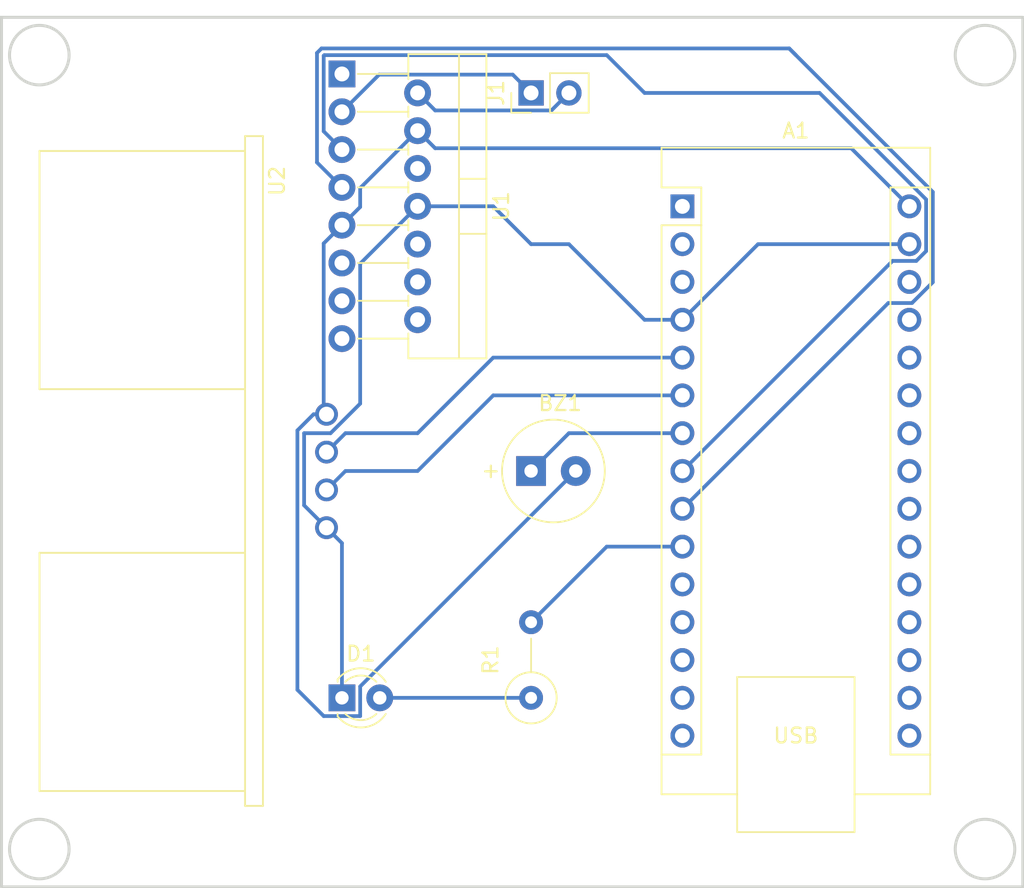
<source format=kicad_pcb>
(kicad_pcb (version 20221018) (generator pcbnew)
  (layers (0 "F.Cu" signal) (31 "B.Cu" signal) (34 "B.Paste" user) (35 "F.Paste" user) (36 "B.SilkS" user "B.Silkscreen") (37 "F.SilkS" user "F.Silkscreen") (38 "B.Mask" user) (39 "F.Mask" user) (44 "Edge.Cuts" user))
  (net 0 "")
  (net 4 "GND")
  (net 5 "D1")
  (net 6 "D2")
  (net 7 "D4")
  (net 8 "D5")
  (net 9 "D6")
  (net 10 "D9")
  (net 29 "VCC")
  (net 30 "Net-(D1-A)")
  (net 32 "D7")
  (net 33 "D8")
  (footprint "HC-SR04:XCVR_HC-SR04" (layer "F.Cu") (at 171.685 53.34 -90)
    (fp_text reference "U2" (at -19.48505 3.31671 90) (layer "F.SilkS") (effects (font (size 1.00052 1.00052))))
    (fp_text value "HC-SR04")
    (fp_line (start -22.5 4.27) (end 22.5 4.27) (stroke (width 0.127)) (layer "F.SilkS"))
    (fp_line (start -22.5 5.47) (end -22.5 4.27) (stroke (width 0.127)) (layer "F.SilkS"))
    (fp_line (start -21.5 5.47) (end -22.5 5.47) (stroke (width 0.127)) (layer "F.SilkS"))
    (fp_line (start -21.5 5.47) (end -21.5 19.27) (stroke (width 0.127)) (layer "F.SilkS"))
    (fp_line (start -21.5 19.27) (end -5.5 19.27) (stroke (width 0.127)) (layer "F.SilkS"))
    (fp_line (start -5.5 5.47) (end -21.5 5.47) (stroke (width 0.127)) (layer "F.SilkS"))
    (fp_line (start -5.5 5.47) (end -5.5 19.27) (stroke (width 0.127)) (layer "F.SilkS"))
    (fp_line (start 5.5 5.47) (end -5.5 5.47) (stroke (width 0.127)) (layer "F.SilkS"))
    (fp_line (start 5.5 5.47) (end 5.5 19.27) (stroke (width 0.127)) (layer "F.SilkS"))
    (fp_line (start 5.5 19.27) (end 21.5 19.27) (stroke (width 0.127)) (layer "F.SilkS"))
    (fp_line (start 21.5 5.47) (end 5.5 5.47) (stroke (width 0.127)) (layer "F.SilkS"))
    (fp_line (start 21.5 5.47) (end 21.5 19.27) (stroke (width 0.127)) (layer "F.SilkS"))
    (fp_line (start 22.5 4.27) (end 22.5 5.47) (stroke (width 0.127)) (layer "F.SilkS"))
    (fp_line (start 22.5 5.47) (end 21.5 5.47) (stroke (width 0.127)) (layer "F.SilkS"))
    (pad "1" thru_hole circle (at -3.81 0 270) (size 1.53 1.53) (drill 1.02) (layers "*.Cu" "*.Mask") (net 29 "VCC"))
    (pad "2" thru_hole circle (at -1.27 0 270) (size 1.53 1.53) (drill 1.02) (layers "*.Cu" "*.Mask") (net 5 "D1"))
    (pad "3" thru_hole circle (at 1.27 0 270) (size 1.53 1.53) (drill 1.02) (layers "*.Cu" "*.Mask") (net 6 "D2"))
    (pad "4" thru_hole circle (at 3.81 0 270) (size 1.53 1.53) (drill 1.02) (layers "*.Cu" "*.Mask") (net 4 "GND"))
  )
  (footprint "LED_THT:LED_D3.0mm" (layer "F.Cu") (at 172.72 68.58)
    (fp_text reference "D1" (at 1.27 -2.96) (layer "F.SilkS"))
    (fp_text value "LED")
    (fp_line (start -0.29 -1.236) (end -0.29 -1.08) (stroke (width 0.12)) (layer "F.SilkS"))
    (fp_line (start -0.29 1.08) (end -0.29 1.236) (stroke (width 0.12)) (layer "F.SilkS"))
    (fp_arc (start -0.29 -1.235516) (mid 1.366487 -1.987659) (end 2.942335 -1.078608) (stroke (width 0.12)) (layer "F.SilkS"))
    (fp_arc (start 0.229039 -1.08) (mid 1.270117 -1.5) (end 2.31113 -1.079837) (stroke (width 0.12)) (layer "F.SilkS"))
    (fp_arc (start 2.31113 1.079837) (mid 1.270117 1.5) (end 0.229039 1.08) (stroke (width 0.12)) (layer "F.SilkS"))
    (fp_arc (start 2.942335 1.078608) (mid 1.366487 1.987659) (end -0.29 1.235516) (stroke (width 0.12)) (layer "F.SilkS"))
    (pad "1" thru_hole rect (at 0 0) (size 1.8 1.8) (drill 0.9) (layers "*.Cu" "*.Mask") (net 4 "GND"))
    (pad "2" thru_hole circle (at 2.54 0) (size 1.8 1.8) (drill 0.9) (layers "*.Cu" "*.Mask") (net 30 "Net-(D1-A)"))
  )
  (footprint "Resistor_THT:R_Axial_DIN0309_L9.0mm_D3.2mm_P5.08mm_Vertical" (layer "F.Cu") (at 185.42 68.58 90)
    (fp_text reference "R1" (at 2.54 -2.72 90) (layer "F.SilkS"))
    (fp_text value "R")
    (fp_line (start 1.72 0) (end 3.98 0) (stroke (width 0.12)) (layer "F.SilkS"))
    (fp_circle (center 0 0) (end 1.72 0) (stroke (width 0.12)) (fill none) (layer "F.SilkS"))
    (pad "1" thru_hole circle (at 0 0 90) (size 1.6 1.6) (drill 0.8) (layers "*.Cu" "*.Mask") (net 30 "Net-(D1-A)"))
    (pad "2" thru_hole oval (at 5.08 0 90) (size 1.6 1.6) (drill 0.8) (layers "*.Cu" "*.Mask") (net 10 "D9"))
  )
  (footprint "Buzzer_Beeper:MagneticBuzzer_Kobitone_254-EMB73-RO" (layer "F.Cu") (at 185.42 53.34)
    (fp_text reference "BZ1" (at 1.95 -4.55) (layer "F.SilkS"))
    (fp_text value "Buzzer")
    (fp_text user "+" (at -2.7 -0.05) (layer "F.SilkS"))
    (fp_circle (center 1.5 0) (end 4.95 0) (stroke (width 0.12)) (fill none) (layer "F.SilkS"))
    (pad "1" thru_hole rect (at 0 0) (size 2 2) (drill 0.9) (layers "*.Cu" "*.Mask") (net 7 "D4"))
    (pad "2" thru_hole circle (at 3 0) (size 2 2) (drill 0.9) (layers "*.Cu" "*.Mask") (net 29 "VCC"))
  )
  (footprint "Module:Arduino_Nano" (layer "F.Cu") (at 195.58 35.56)
    (fp_text reference "A1" (at 7.62 -5.08) (layer "F.SilkS"))
    (fp_text value "Arduino_Nano_Every")
    (fp_text user "USB" (at 7.62 35.56 unlocked) (layer "F.SilkS"))
    (fp_line (start -1.4 -3.94) (end -1.4 -1.27) (stroke (width 0.12)) (layer "F.SilkS"))
    (fp_line (start -1.4 1.27) (end -1.4 39.5) (stroke (width 0.12)) (layer "F.SilkS"))
    (fp_line (start -1.4 39.5) (end 3.68 39.5) (stroke (width 0.12)) (layer "F.SilkS"))
    (fp_line (start 1.27 -1.27) (end -1.4 -1.27) (stroke (width 0.12)) (layer "F.SilkS"))
    (fp_line (start 1.27 1.27) (end -1.4 1.27) (stroke (width 0.12)) (layer "F.SilkS"))
    (fp_line (start 1.27 1.27) (end 1.27 -1.27) (stroke (width 0.12)) (layer "F.SilkS"))
    (fp_line (start 1.27 1.27) (end 1.27 36.83) (stroke (width 0.12)) (layer "F.SilkS"))
    (fp_line (start 1.27 36.83) (end -1.4 36.83) (stroke (width 0.12)) (layer "F.SilkS"))
    (fp_line (start 3.68 31.62) (end 11.56 31.62) (stroke (width 0.12)) (layer "F.SilkS"))
    (fp_line (start 3.68 42.04) (end 3.68 31.62) (stroke (width 0.12)) (layer "F.SilkS"))
    (fp_line (start 11.56 31.62) (end 11.56 42.04) (stroke (width 0.12)) (layer "F.SilkS"))
    (fp_line (start 11.56 42.04) (end 3.68 42.04) (stroke (width 0.12)) (layer "F.SilkS"))
    (fp_line (start 13.97 -1.27) (end 13.97 36.83) (stroke (width 0.12)) (layer "F.SilkS"))
    (fp_line (start 13.97 -1.27) (end 16.64 -1.27) (stroke (width 0.12)) (layer "F.SilkS"))
    (fp_line (start 13.97 36.83) (end 16.64 36.83) (stroke (width 0.12)) (layer "F.SilkS"))
    (fp_line (start 16.64 -3.94) (end -1.4 -3.94) (stroke (width 0.12)) (layer "F.SilkS"))
    (fp_line (start 16.64 39.5) (end 11.56 39.5) (stroke (width 0.12)) (layer "F.SilkS"))
    (fp_line (start 16.64 39.5) (end 16.64 -3.94) (stroke (width 0.12)) (layer "F.SilkS"))
    (pad "1" thru_hole rect (at 0 0) (size 1.6 1.6) (drill 1) (layers "*.Cu" "*.Mask"))
    (pad "2" thru_hole oval (at 0 2.54) (size 1.6 1.6) (drill 1) (layers "*.Cu" "*.Mask"))
    (pad "3" thru_hole oval (at 0 5.08) (size 1.6 1.6) (drill 1) (layers "*.Cu" "*.Mask"))
    (pad "4" thru_hole oval (at 0 7.62) (size 1.6 1.6) (drill 1) (layers "*.Cu" "*.Mask") (net 4 "GND"))
    (pad "5" thru_hole oval (at 0 10.16) (size 1.6 1.6) (drill 1) (layers "*.Cu" "*.Mask") (net 5 "D1"))
    (pad "6" thru_hole oval (at 0 12.7) (size 1.6 1.6) (drill 1) (layers "*.Cu" "*.Mask") (net 6 "D2"))
    (pad "7" thru_hole oval (at 0 15.24) (size 1.6 1.6) (drill 1) (layers "*.Cu" "*.Mask") (net 7 "D4"))
    (pad "8" thru_hole oval (at 0 17.78) (size 1.6 1.6) (drill 1) (layers "*.Cu" "*.Mask") (net 8 "D5"))
    (pad "9" thru_hole oval (at 0 20.32) (size 1.6 1.6) (drill 1) (layers "*.Cu" "*.Mask") (net 9 "D6"))
    (pad "10" thru_hole oval (at 0 22.86) (size 1.6 1.6) (drill 1) (layers "*.Cu" "*.Mask") (net 10 "D9"))
    (pad "11" thru_hole oval (at 0 25.4) (size 1.6 1.6) (drill 1) (layers "*.Cu" "*.Mask"))
    (pad "12" thru_hole oval (at 0 27.94) (size 1.6 1.6) (drill 1) (layers "*.Cu" "*.Mask"))
    (pad "13" thru_hole oval (at 0 30.48) (size 1.6 1.6) (drill 1) (layers "*.Cu" "*.Mask"))
    (pad "14" thru_hole oval (at 0 33.02) (size 1.6 1.6) (drill 1) (layers "*.Cu" "*.Mask"))
    (pad "15" thru_hole oval (at 0 35.56) (size 1.6 1.6) (drill 1) (layers "*.Cu" "*.Mask"))
    (pad "16" thru_hole oval (at 15.24 35.56) (size 1.6 1.6) (drill 1) (layers "*.Cu" "*.Mask"))
    (pad "17" thru_hole oval (at 15.24 33.02) (size 1.6 1.6) (drill 1) (layers "*.Cu" "*.Mask"))
    (pad "18" thru_hole oval (at 15.24 30.48) (size 1.6 1.6) (drill 1) (layers "*.Cu" "*.Mask"))
    (pad "19" thru_hole oval (at 15.24 27.94) (size 1.6 1.6) (drill 1) (layers "*.Cu" "*.Mask"))
    (pad "20" thru_hole oval (at 15.24 25.4) (size 1.6 1.6) (drill 1) (layers "*.Cu" "*.Mask"))
    (pad "21" thru_hole oval (at 15.24 22.86) (size 1.6 1.6) (drill 1) (layers "*.Cu" "*.Mask"))
    (pad "22" thru_hole oval (at 15.24 20.32) (size 1.6 1.6) (drill 1) (layers "*.Cu" "*.Mask"))
    (pad "23" thru_hole oval (at 15.24 17.78) (size 1.6 1.6) (drill 1) (layers "*.Cu" "*.Mask"))
    (pad "24" thru_hole oval (at 15.24 15.24) (size 1.6 1.6) (drill 1) (layers "*.Cu" "*.Mask"))
    (pad "25" thru_hole oval (at 15.24 12.7) (size 1.6 1.6) (drill 1) (layers "*.Cu" "*.Mask"))
    (pad "26" thru_hole oval (at 15.24 10.16) (size 1.6 1.6) (drill 1) (layers "*.Cu" "*.Mask"))
    (pad "27" thru_hole oval (at 15.24 7.62) (size 1.6 1.6) (drill 1) (layers "*.Cu" "*.Mask"))
    (pad "28" thru_hole oval (at 15.24 5.08) (size 1.6 1.6) (drill 1) (layers "*.Cu" "*.Mask"))
    (pad "29" thru_hole oval (at 15.24 2.54) (size 1.6 1.6) (drill 1) (layers "*.Cu" "*.Mask") (net 4 "GND"))
    (pad "30" thru_hole oval (at 15.24 0) (size 1.6 1.6) (drill 1) (layers "*.Cu" "*.Mask") (net 29 "VCC"))
  )
  (footprint "Package_TO_SOT_THT:TO-220-15_P2.54x2.54mm_StaggerOdd_Lead4.58mm_Vertical" (layer "F.Cu") (at 172.72 26.665 -90)
    (fp_text reference "U1" (at 8.89 -10.7 90) (layer "F.SilkS"))
    (fp_text value "L298N")
    (fp_line (start -1.33 -9.7) (end -1.33 -4.459) (stroke (width 0.12)) (layer "F.SilkS"))
    (fp_line (start -1.33 -9.7) (end 19.11 -9.7) (stroke (width 0.12)) (layer "F.SilkS"))
    (fp_line (start -1.33 -7.86) (end 19.11 -7.86) (stroke (width 0.12)) (layer "F.SilkS"))
    (fp_line (start -1.33 -4.459) (end 0.346 -4.459) (stroke (width 0.12)) (layer "F.SilkS"))
    (fp_line (start 0 -4.459) (end 0 -1.05) (stroke (width 0.12)) (layer "F.SilkS"))
    (fp_line (start 2.195 -4.459) (end 2.886 -4.459) (stroke (width 0.12)) (layer "F.SilkS"))
    (fp_line (start 2.54 -4.459) (end 2.54 -1.065) (stroke (width 0.12)) (layer "F.SilkS"))
    (fp_line (start 4.735 -4.459) (end 5.426 -4.459) (stroke (width 0.12)) (layer "F.SilkS"))
    (fp_line (start 5.08 -4.459) (end 5.08 -1.065) (stroke (width 0.12)) (layer "F.SilkS"))
    (fp_line (start 7.041 -9.7) (end 7.041 -7.86) (stroke (width 0.12)) (layer "F.SilkS"))
    (fp_line (start 7.275 -4.459) (end 7.966 -4.459) (stroke (width 0.12)) (layer "F.SilkS"))
    (fp_line (start 7.62 -4.459) (end 7.62 -1.065) (stroke (width 0.12)) (layer "F.SilkS"))
    (fp_line (start 9.815 -4.459) (end 10.506 -4.459) (stroke (width 0.12)) (layer "F.SilkS"))
    (fp_line (start 10.16 -4.459) (end 10.16 -1.065) (stroke (width 0.12)) (layer "F.SilkS"))
    (fp_line (start 10.74 -9.7) (end 10.74 -7.86) (stroke (width 0.12)) (layer "F.SilkS"))
    (fp_line (start 12.355 -4.459) (end 13.046 -4.459) (stroke (width 0.12)) (layer "F.SilkS"))
    (fp_line (start 12.7 -4.459) (end 12.7 -1.065) (stroke (width 0.12)) (layer "F.SilkS"))
    (fp_line (start 14.895 -4.459) (end 15.586 -4.459) (stroke (width 0.12)) (layer "F.SilkS"))
    (fp_line (start 15.24 -4.459) (end 15.24 -1.065) (stroke (width 0.12)) (layer "F.SilkS"))
    (fp_line (start 17.435 -4.459) (end 19.11 -4.459) (stroke (width 0.12)) (layer "F.SilkS"))
    (fp_line (start 17.78 -4.459) (end 17.78 -1.065) (stroke (width 0.12)) (layer "F.SilkS"))
    (fp_line (start 19.11 -9.7) (end 19.11 -4.459) (stroke (width 0.12)) (layer "F.SilkS"))
    (pad "1" thru_hole rect (at 0 0 270) (size 1.8 1.8) (drill 1) (layers "*.Cu" "*.Mask"))
    (pad "2" thru_hole oval (at 1.27 -5.08 270) (size 1.8 1.8) (drill 1) (layers "*.Cu" "*.Mask") (net 32 "D7"))
    (pad "3" thru_hole oval (at 2.54 0 270) (size 1.8 1.8) (drill 1) (layers "*.Cu" "*.Mask") (net 33 "D8"))
    (pad "4" thru_hole oval (at 3.81 -5.08 270) (size 1.8 1.8) (drill 1) (layers "*.Cu" "*.Mask") (net 29 "VCC"))
    (pad "5" thru_hole oval (at 5.08 0 270) (size 1.8 1.8) (drill 1) (layers "*.Cu" "*.Mask") (net 8 "D5"))
    (pad "6" thru_hole oval (at 6.35 -5.08 270) (size 1.8 1.8) (drill 1) (layers "*.Cu" "*.Mask"))
    (pad "7" thru_hole oval (at 7.62 0 270) (size 1.8 1.8) (drill 1) (layers "*.Cu" "*.Mask") (net 9 "D6"))
    (pad "8" thru_hole oval (at 8.89 -5.08 270) (size 1.8 1.8) (drill 1) (layers "*.Cu" "*.Mask") (net 4 "GND"))
    (pad "9" thru_hole oval (at 10.16 0 270) (size 1.8 1.8) (drill 1) (layers "*.Cu" "*.Mask") (net 29 "VCC"))
    (pad "10" thru_hole oval (at 11.43 -5.08 270) (size 1.8 1.8) (drill 1) (layers "*.Cu" "*.Mask"))
    (pad "11" thru_hole oval (at 12.7 0 270) (size 1.8 1.8) (drill 1) (layers "*.Cu" "*.Mask"))
    (pad "12" thru_hole oval (at 13.97 -5.08 270) (size 1.8 1.8) (drill 1) (layers "*.Cu" "*.Mask"))
    (pad "13" thru_hole oval (at 15.24 0 270) (size 1.8 1.8) (drill 1) (layers "*.Cu" "*.Mask"))
    (pad "14" thru_hole oval (at 16.51 -5.08 270) (size 1.8 1.8) (drill 1) (layers "*.Cu" "*.Mask"))
    (pad "15" thru_hole oval (at 17.78 0 270) (size 1.8 1.8) (drill 1) (layers "*.Cu" "*.Mask"))
  )
  (footprint "Connector_PinHeader_2.54mm:PinHeader_1x02_P2.54mm_Vertical" (layer "F.Cu") (at 185.42 27.94 90)
    (fp_text reference "J1" (at 0 -2.33 90) (layer "F.SilkS"))
    (fp_text value "Conn_01x02_Pin")
    (fp_line (start -1.33 -1.33) (end 0 -1.33) (stroke (width 0.12)) (layer "F.SilkS"))
    (fp_line (start -1.33 0) (end -1.33 -1.33) (stroke (width 0.12)) (layer "F.SilkS"))
    (fp_line (start -1.33 1.27) (end -1.33 3.87) (stroke (width 0.12)) (layer "F.SilkS"))
    (fp_line (start -1.33 1.27) (end 1.33 1.27) (stroke (width 0.12)) (layer "F.SilkS"))
    (fp_line (start -1.33 3.87) (end 1.33 3.87) (stroke (width 0.12)) (layer "F.SilkS"))
    (fp_line (start 1.33 1.27) (end 1.33 3.87) (stroke (width 0.12)) (layer "F.SilkS"))
    (pad "1" thru_hole rect (at 0 0 90) (size 1.7 1.7) (drill 1) (layers "*.Cu" "*.Mask") (net 33 "D8"))
    (pad "2" thru_hole oval (at 0 2.54 90) (size 1.7 1.7) (drill 1) (layers "*.Cu" "*.Mask") (net 32 "D7"))
  )
  (gr_circle (center 152.4 78.74) (end 154.4 78.74) (stroke (width 0.2)) (fill none) (layer "Edge.Cuts"))
  (gr_circle (center 215.9 25.4) (end 217.9 25.4) (stroke (width 0.2)) (fill none) (layer "Edge.Cuts"))
  (gr_circle (center 152.4 25.4) (end 154.4 25.4) (stroke (width 0.2)) (fill none) (layer "Edge.Cuts"))
  (gr_circle (center 215.9 78.74) (end 217.9 78.74) (stroke (width 0.2)) (fill none) (layer "Edge.Cuts"))
  (gr_rect (start 149.86 22.86) (end 218.44 81.28) (stroke (width 0.2)) (fill none) (layer "Edge.Cuts"))
  (segment (start 200.66 38.1) (end 195.58 43.18) (width 0.25) (layer "B.Cu") (net 4))
  (segment (start 187.96 38.1) (end 185.42 38.1) (width 0.25) (layer "B.Cu") (net 4))
  (segment (start 182.875 35.555) (end 177.8 35.555) (width 0.25) (layer "B.Cu") (net 4))
  (segment (start 173.945 48.811493) (end 171.956493 50.8) (width 0.25) (layer "B.Cu") (net 4))
  (segment (start 171.956493 50.8) (end 170.18 50.8) (width 0.25) (layer "B.Cu") (net 4))
  (segment (start 177.8 35.555) (end 173.945 39.41) (width 0.25) (layer "B.Cu") (net 4))
  (segment (start 193.04 43.18) (end 187.96 38.1) (width 0.25) (layer "B.Cu") (net 4))
  (segment (start 170.18 55.645) (end 171.685 57.15) (width 0.25) (layer "B.Cu") (net 4))
  (segment (start 170.18 50.8) (end 170.18 55.645) (width 0.25) (layer "B.Cu") (net 4))
  (segment (start 210.82 38.1) (end 200.66 38.1) (width 0.25) (layer "B.Cu") (net 4))
  (segment (start 172.72 68.58) (end 172.72 58.185) (width 0.25) (layer "B.Cu") (net 4))
  (segment (start 173.945 39.41) (end 173.945 48.811493) (width 0.25) (layer "B.Cu") (net 4))
  (segment (start 172.72 58.185) (end 171.685 57.15) (width 0.25) (layer "B.Cu") (net 4))
  (segment (start 185.42 38.1) (end 182.875 35.555) (width 0.25) (layer "B.Cu") (net 4))
  (segment (start 195.58 43.18) (end 193.04 43.18) (width 0.25) (layer "B.Cu") (net 4))
  (segment (start 171.685 52.07) (end 172.955 50.8) (width 0.25) (layer "B.Cu") (net 5))
  (segment (start 172.955 50.8) (end 177.8 50.8) (width 0.25) (layer "B.Cu") (net 5))
  (segment (start 177.8 50.8) (end 182.88 45.72) (width 0.25) (layer "B.Cu") (net 5))
  (segment (start 182.88 45.72) (end 195.58 45.72) (width 0.25) (layer "B.Cu") (net 5))
  (segment (start 172.955 53.34) (end 171.685 54.61) (width 0.25) (layer "B.Cu") (net 6))
  (segment (start 195.58 48.26) (end 182.88 48.26) (width 0.25) (layer "B.Cu") (net 6))
  (segment (start 177.8 53.34) (end 172.955 53.34) (width 0.25) (layer "B.Cu") (net 6))
  (segment (start 182.88 48.26) (end 177.8 53.34) (width 0.25) (layer "B.Cu") (net 6))
  (segment (start 187.96 50.8) (end 195.58 50.8) (width 0.25) (layer "B.Cu") (net 7))
  (segment (start 185.42 53.34) (end 187.96 50.8) (width 0.25) (layer "B.Cu") (net 7))
  (segment (start 171.535 25.4) (end 190.5 25.4) (width 0.25) (layer "B.Cu") (net 8))
  (segment (start 171.495 25.44) (end 171.535 25.4) (width 0.25) (layer "B.Cu") (net 8))
  (segment (start 190.5 25.4) (end 193.04 27.94) (width 0.25) (layer "B.Cu") (net 8))
  (segment (start 204.790991 27.94) (end 211.945 35.094009) (width 0.25) (layer "B.Cu") (net 8))
  (segment (start 209.695 39.225) (end 195.58 53.34) (width 0.25) (layer "B.Cu") (net 8))
  (segment (start 171.495 30.52) (end 171.495 25.44) (width 0.25) (layer "B.Cu") (net 8))
  (segment (start 193.04 27.94) (end 204.790991 27.94) (width 0.25) (layer "B.Cu") (net 8))
  (segment (start 172.72 31.745) (end 171.495 30.52) (width 0.25) (layer "B.Cu") (net 8))
  (segment (start 211.945 38.565991) (end 211.285991 39.225) (width 0.25) (layer "B.Cu") (net 8))
  (segment (start 172.72 31.745) (end 172.72 31.282588) (width 0.25) (layer "B.Cu") (net 8))
  (segment (start 211.285991 39.225) (end 209.695 39.225) (width 0.25) (layer "B.Cu") (net 8))
  (segment (start 211.945 35.094009) (end 211.945 38.565991) (width 0.25) (layer "B.Cu") (net 8))
  (segment (start 212.395 40.655991) (end 210.995991 42.055) (width 0.25) (layer "B.Cu") (net 9))
  (segment (start 171.045 32.61) (end 171.045 25.253604) (width 0.25) (layer "B.Cu") (net 9))
  (segment (start 210.995991 42.055) (end 209.405 42.055) (width 0.25) (layer "B.Cu") (net 9))
  (segment (start 171.045 25.253604) (end 171.348604 24.95) (width 0.25) (layer "B.Cu") (net 9))
  (segment (start 202.75 24.95) (end 203.2 25.4) (width 0.25) (layer "B.Cu") (net 9))
  (segment (start 209.405 42.055) (end 195.58 55.88) (width 0.25) (layer "B.Cu") (net 9))
  (segment (start 202.75 24.95) (end 212.395 34.595) (width 0.25) (layer "B.Cu") (net 9))
  (segment (start 172.72 34.285) (end 171.045 32.61) (width 0.25) (layer "B.Cu") (net 9))
  (segment (start 212.395 34.595) (end 212.395 40.655991) (width 0.25) (layer "B.Cu") (net 9))
  (segment (start 172.72 33.732588) (end 172.72 34.285) (width 0.25) (layer "B.Cu") (net 9))
  (segment (start 171.348604 24.95) (end 202.75 24.95) (width 0.25) (layer "B.Cu") (net 9))
  (segment (start 195.58 58.42) (end 190.5 58.42) (width 0.25) (layer "B.Cu") (net 10))
  (segment (start 190.5 58.42) (end 185.42 63.5) (width 0.25) (layer "B.Cu") (net 10))
  (segment (start 171.495 49.34) (end 171.495 38.05) (width 0.25) (layer "B.Cu") (net 29))
  (segment (start 206.915 31.655) (end 210.82 35.56) (width 0.25) (layer "B.Cu") (net 29))
  (segment (start 178.98 31.655) (end 206.915 31.655) (width 0.25) (layer "B.Cu") (net 29))
  (segment (start 177.8 30.475) (end 178.98 31.655) (width 0.25) (layer "B.Cu") (net 29))
  (segment (start 169.73 68.04) (end 169.73 50.613604) (width 0.25) (layer "B.Cu") (net 29))
  (segment (start 171.495 69.805) (end 169.73 68.04) (width 0.25) (layer "B.Cu") (net 29))
  (segment (start 173.945 69.805) (end 171.495 69.805) (width 0.25) (layer "B.Cu") (net 29))
  (segment (start 173.945 35.6) (end 173.945 34.33) (width 0.25) (layer "B.Cu") (net 29))
  (segment (start 173.945 34.33) (end 177.8 30.475) (width 0.25) (layer "B.Cu") (net 29))
  (segment (start 173.945 67.815) (end 173.945 69.805) (width 0.25) (layer "B.Cu") (net 29))
  (segment (start 188.42 53.34) (end 173.945 67.815) (width 0.25) (layer "B.Cu") (net 29))
  (segment (start 172.72 36.825) (end 173.945 35.6) (width 0.25) (layer "B.Cu") (net 29))
  (segment (start 171.685 49.53) (end 171.495 49.34) (width 0.25) (layer "B.Cu") (net 29))
  (segment (start 169.73 50.613604) (end 170.813604 49.53) (width 0.25) (layer "B.Cu") (net 29))
  (segment (start 170.813604 49.53) (end 171.685 49.53) (width 0.25) (layer "B.Cu") (net 29))
  (segment (start 171.495 38.05) (end 172.72 36.825) (width 0.25) (layer "B.Cu") (net 29))
  (segment (start 185.42 68.58) (end 175.26 68.58) (width 0.25) (layer "B.Cu") (net 30))
  (segment (start 177.8 27.935) (end 177.8 27.94) (width 0.25) (layer "F.Cu") (net 32))
  (segment (start 186.785 29.115) (end 178.98 29.115) (width 0.25) (layer "B.Cu") (net 32))
  (segment (start 178.98 29.115) (end 177.8 27.935) (width 0.25) (layer "B.Cu") (net 32))
  (segment (start 187.96 27.94) (end 186.785 29.115) (width 0.25) (layer "B.Cu") (net 32))
  (segment (start 184.19 26.71) (end 185.42 27.94) (width 0.25) (layer "B.Cu") (net 33))
  (segment (start 175.215 26.71) (end 184.19 26.71) (width 0.25) (layer "B.Cu") (net 33))
  (segment (start 172.72 29.205) (end 175.215 26.71) (width 0.25) (layer "B.Cu") (net 33))
)
</source>
